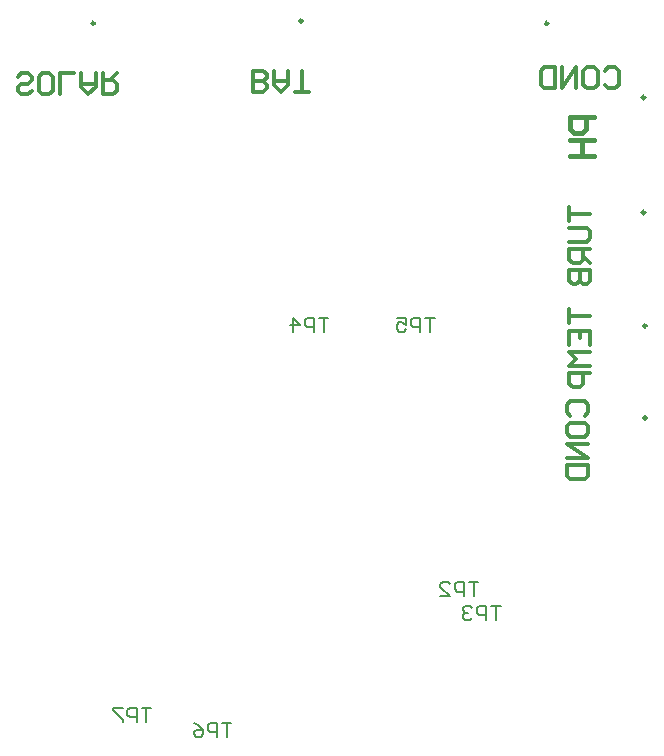
<source format=gbo>
G04*
G04 #@! TF.GenerationSoftware,Altium Limited,Altium Designer,18.1.9 (240)*
G04*
G04 Layer_Color=32896*
%FSLAX44Y44*%
%MOMM*%
G71*
G01*
G75*
%ADD10C,0.2540*%
%ADD14C,0.2000*%
%ADD15C,0.4000*%
%ADD121C,0.3000*%
D10*
X130414Y650000D02*
G03*
X130414Y650000I-1414J0D01*
G01*
X514415Y650000D02*
G03*
X514415Y650000I-1414J0D01*
G01*
X597414Y394000D02*
G03*
X597414Y394000I-1414J0D01*
G01*
X306414Y652000D02*
G03*
X306414Y652000I-1414J0D01*
G01*
X597804Y316000D02*
G03*
X597804Y316000I-1414J0D01*
G01*
X596414Y489872D02*
G03*
X596414Y489872I-1414J0D01*
G01*
Y587372D02*
G03*
X596414Y587372I-1414J0D01*
G01*
D14*
X455000Y177024D02*
X447003D01*
X451001D01*
Y165028D01*
X443004D02*
Y177024D01*
X437006D01*
X435006Y175025D01*
Y171026D01*
X437006Y169027D01*
X443004D01*
X423010Y165028D02*
X431008D01*
X423010Y173026D01*
Y175025D01*
X425010Y177024D01*
X429008D01*
X431008Y175025D01*
X474000Y157024D02*
X466003D01*
X470001D01*
Y145028D01*
X462004D02*
Y157024D01*
X456006D01*
X454007Y155025D01*
Y151026D01*
X456006Y149027D01*
X462004D01*
X450008Y155025D02*
X448008Y157024D01*
X444010D01*
X442010Y155025D01*
Y153026D01*
X444010Y151026D01*
X446009D01*
X444010D01*
X442010Y149027D01*
Y147028D01*
X444010Y145028D01*
X448008D01*
X450008Y147028D01*
X328000Y401024D02*
X320003D01*
X324001D01*
Y389028D01*
X316004D02*
Y401024D01*
X310006D01*
X308006Y399025D01*
Y395026D01*
X310006Y393027D01*
X316004D01*
X298010Y389028D02*
Y401024D01*
X304008Y395026D01*
X296010D01*
X418000Y400996D02*
X410003D01*
X414001D01*
Y389000D01*
X406004D02*
Y400996D01*
X400006D01*
X398007Y398997D01*
Y394998D01*
X400006Y392999D01*
X406004D01*
X386010Y400996D02*
X394008D01*
Y394998D01*
X390009Y396997D01*
X388010D01*
X386010Y394998D01*
Y390999D01*
X388010Y389000D01*
X392008D01*
X394008Y390999D01*
X246000Y58024D02*
X238003D01*
X242001D01*
Y46028D01*
X234004D02*
Y58024D01*
X228006D01*
X226007Y56025D01*
Y52026D01*
X228006Y50027D01*
X234004D01*
X214010Y58024D02*
X218009Y56025D01*
X222008Y52026D01*
Y48028D01*
X220008Y46028D01*
X216010D01*
X214010Y48028D01*
Y50027D01*
X216010Y52026D01*
X222008D01*
X178000Y70524D02*
X170003D01*
X174001D01*
Y58528D01*
X166004D02*
Y70524D01*
X160006D01*
X158006Y68525D01*
Y64526D01*
X160006Y62527D01*
X166004D01*
X154008Y70524D02*
X146010D01*
Y68525D01*
X154008Y60528D01*
Y58528D01*
D15*
X553000Y571000D02*
X533007D01*
Y561003D01*
X536339Y557671D01*
X543003D01*
X546335Y561003D01*
Y571000D01*
X533007Y551006D02*
X553000D01*
X543003D01*
Y537677D01*
X533007D01*
X553000D01*
D121*
X533005Y318004D02*
X530006Y321003D01*
Y327001D01*
X533005Y330000D01*
X545001D01*
X548000Y327001D01*
Y321003D01*
X545001Y318004D01*
X530006Y303009D02*
Y309007D01*
X533005Y312006D01*
X545001D01*
X548000Y309007D01*
Y303009D01*
X545001Y300010D01*
X533005D01*
X530006Y303009D01*
X548000Y294012D02*
X530006D01*
X548000Y282015D01*
X530006D01*
Y276017D02*
X548000D01*
Y267020D01*
X545001Y264021D01*
X533005D01*
X530006Y267020D01*
Y276017D01*
X264000Y592006D02*
Y610000D01*
X272997D01*
X275996Y607001D01*
Y604002D01*
X272997Y601003D01*
X264000D01*
X272997D01*
X275996Y598004D01*
Y595005D01*
X272997Y592006D01*
X264000D01*
X281994Y610000D02*
Y598004D01*
X287992Y592006D01*
X293990Y598004D01*
Y610000D01*
Y601003D01*
X281994D01*
X299988Y592006D02*
X311985D01*
X305986D01*
Y610000D01*
X76996Y593005D02*
X73997Y590006D01*
X67999D01*
X65000Y593005D01*
Y596004D01*
X67999Y599003D01*
X73997D01*
X76996Y602002D01*
Y605001D01*
X73997Y608000D01*
X67999D01*
X65000Y605001D01*
X91991Y590006D02*
X85993D01*
X82994Y593005D01*
Y605001D01*
X85993Y608000D01*
X91991D01*
X94990Y605001D01*
Y593005D01*
X91991Y590006D01*
X100988D02*
Y608000D01*
X112985D01*
X118982D02*
Y596004D01*
X124981Y590006D01*
X130979Y596004D01*
Y608000D01*
Y599003D01*
X118982D01*
X136977Y608000D02*
Y590006D01*
X145974D01*
X148973Y593005D01*
Y599003D01*
X145974Y602002D01*
X136977D01*
X142975D02*
X148973Y608000D01*
X532006Y495000D02*
Y483004D01*
Y489002D01*
X550000D01*
X532006Y477006D02*
X547001D01*
X550000Y474007D01*
Y468009D01*
X547001Y465010D01*
X532006D01*
X550000Y459012D02*
X532006D01*
Y450015D01*
X535005Y447015D01*
X541003D01*
X544002Y450015D01*
Y459012D01*
Y453014D02*
X550000Y447015D01*
X532006Y441017D02*
X550000D01*
Y432020D01*
X547001Y429021D01*
X544002D01*
X541003Y432020D01*
Y441017D01*
Y432020D01*
X538004Y429021D01*
X535005D01*
X532006Y432020D01*
Y441017D01*
X562004Y609995D02*
X565003Y612994D01*
X571001D01*
X574000Y609995D01*
Y597999D01*
X571001Y595000D01*
X565003D01*
X562004Y597999D01*
X547009Y612994D02*
X553007D01*
X556006Y609995D01*
Y597999D01*
X553007Y595000D01*
X547009D01*
X544010Y597999D01*
Y609995D01*
X547009Y612994D01*
X538012Y595000D02*
Y612994D01*
X526016Y595000D01*
Y612994D01*
X520018D02*
Y595000D01*
X511020D01*
X508021Y597999D01*
Y609995D01*
X511020Y612994D01*
X520018D01*
X532006Y408000D02*
Y396004D01*
Y402002D01*
X550000D01*
X532006Y378010D02*
Y390006D01*
X550000D01*
Y378010D01*
X541003Y390006D02*
Y384008D01*
X550000Y372012D02*
X532006D01*
X538004Y366014D01*
X532006Y360015D01*
X550000D01*
Y354017D02*
X532006D01*
Y345020D01*
X535005Y342021D01*
X541003D01*
X544002Y345020D01*
Y354017D01*
M02*

</source>
